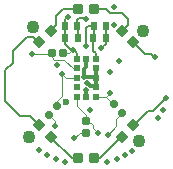
<source format=gtl>
G04*
G04 #@! TF.GenerationSoftware,Altium Limited,Altium Designer,22.11.1 (43)*
G04*
G04 Layer_Physical_Order=1*
G04 Layer_Color=16776960*
%FSLAX43Y43*%
%MOMM*%
G71*
G04*
G04 #@! TF.SameCoordinates,D1A57F4C-840F-47C7-87E7-476F4F1B4391*
G04*
G04*
G04 #@! TF.FilePolarity,Positive*
G04*
G01*
G75*
%ADD11C,0.200*%
%ADD22R,0.500X0.500*%
G04:AMPARAMS|DCode=23|XSize=0.8mm|YSize=0.8mm|CornerRadius=0.1mm|HoleSize=0mm|Usage=FLASHONLY|Rotation=135.000|XOffset=0mm|YOffset=0mm|HoleType=Round|Shape=RoundedRectangle|*
%AMROUNDEDRECTD23*
21,1,0.800,0.600,0,0,135.0*
21,1,0.600,0.800,0,0,135.0*
1,1,0.200,0.000,0.424*
1,1,0.200,0.424,0.000*
1,1,0.200,0.000,-0.424*
1,1,0.200,-0.424,0.000*
%
%ADD23ROUNDEDRECTD23*%
G04:AMPARAMS|DCode=24|XSize=0.8mm|YSize=0.8mm|CornerRadius=0.1mm|HoleSize=0mm|Usage=FLASHONLY|Rotation=180.000|XOffset=0mm|YOffset=0mm|HoleType=Round|Shape=RoundedRectangle|*
%AMROUNDEDRECTD24*
21,1,0.800,0.600,0,0,180.0*
21,1,0.600,0.800,0,0,180.0*
1,1,0.200,-0.300,0.300*
1,1,0.200,0.300,0.300*
1,1,0.200,0.300,-0.300*
1,1,0.200,-0.300,-0.300*
%
%ADD24ROUNDEDRECTD24*%
G04:AMPARAMS|DCode=25|XSize=0.8mm|YSize=0.8mm|CornerRadius=0.1mm|HoleSize=0mm|Usage=FLASHONLY|Rotation=45.000|XOffset=0mm|YOffset=0mm|HoleType=Round|Shape=RoundedRectangle|*
%AMROUNDEDRECTD25*
21,1,0.800,0.600,0,0,45.0*
21,1,0.600,0.800,0,0,45.0*
1,1,0.200,0.424,0.000*
1,1,0.200,0.000,-0.424*
1,1,0.200,-0.424,0.000*
1,1,0.200,0.000,0.424*
%
%ADD25ROUNDEDRECTD25*%
G04:AMPARAMS|DCode=26|XSize=0.59mm|YSize=0.6mm|CornerRadius=0.074mm|HoleSize=0mm|Usage=FLASHONLY|Rotation=180.000|XOffset=0mm|YOffset=0mm|HoleType=Round|Shape=RoundedRectangle|*
%AMROUNDEDRECTD26*
21,1,0.590,0.453,0,0,180.0*
21,1,0.443,0.600,0,0,180.0*
1,1,0.148,-0.221,0.226*
1,1,0.148,0.221,0.226*
1,1,0.148,0.221,-0.226*
1,1,0.148,-0.221,-0.226*
%
%ADD26ROUNDEDRECTD26*%
G04:AMPARAMS|DCode=27|XSize=0.61mm|YSize=0.6mm|CornerRadius=0.075mm|HoleSize=0mm|Usage=FLASHONLY|Rotation=180.000|XOffset=0mm|YOffset=0mm|HoleType=Round|Shape=RoundedRectangle|*
%AMROUNDEDRECTD27*
21,1,0.610,0.450,0,0,180.0*
21,1,0.460,0.600,0,0,180.0*
1,1,0.150,-0.230,0.225*
1,1,0.150,0.230,0.225*
1,1,0.150,0.230,-0.225*
1,1,0.150,-0.230,-0.225*
%
%ADD27ROUNDEDRECTD27*%
G04:AMPARAMS|DCode=28|XSize=0.61mm|YSize=0.6mm|CornerRadius=0.075mm|HoleSize=0mm|Usage=FLASHONLY|Rotation=45.000|XOffset=0mm|YOffset=0mm|HoleType=Round|Shape=RoundedRectangle|*
%AMROUNDEDRECTD28*
21,1,0.610,0.450,0,0,45.0*
21,1,0.460,0.600,0,0,45.0*
1,1,0.150,0.322,0.004*
1,1,0.150,-0.004,-0.322*
1,1,0.150,-0.322,-0.004*
1,1,0.150,0.004,0.322*
%
%ADD28ROUNDEDRECTD28*%
G04:AMPARAMS|DCode=29|XSize=0.61mm|YSize=0.6mm|CornerRadius=0.075mm|HoleSize=0mm|Usage=FLASHONLY|Rotation=90.000|XOffset=0mm|YOffset=0mm|HoleType=Round|Shape=RoundedRectangle|*
%AMROUNDEDRECTD29*
21,1,0.610,0.450,0,0,90.0*
21,1,0.460,0.600,0,0,90.0*
1,1,0.150,0.225,0.230*
1,1,0.150,0.225,-0.230*
1,1,0.150,-0.225,-0.230*
1,1,0.150,-0.225,0.230*
%
%ADD29ROUNDEDRECTD29*%
G04:AMPARAMS|DCode=30|XSize=0.61mm|YSize=0.6mm|CornerRadius=0.075mm|HoleSize=0mm|Usage=FLASHONLY|Rotation=135.000|XOffset=0mm|YOffset=0mm|HoleType=Round|Shape=RoundedRectangle|*
%AMROUNDEDRECTD30*
21,1,0.610,0.450,0,0,135.0*
21,1,0.460,0.600,0,0,135.0*
1,1,0.150,-0.004,0.322*
1,1,0.150,0.322,-0.004*
1,1,0.150,0.004,-0.322*
1,1,0.150,-0.322,0.004*
%
%ADD30ROUNDEDRECTD30*%
%ADD31C,0.125*%
%ADD32C,0.300*%
%ADD33C,1.100*%
%ADD34C,0.500*%
%ADD35C,0.600*%
D11*
X-5038Y3947D02*
X-4508D01*
X-6229Y2756D02*
X-5038Y3947D01*
X-4508D02*
X-4030Y3470D01*
X4030D02*
X4950Y2550D01*
X5496D01*
X5820Y2227D01*
X-41Y3240D02*
Y4741D01*
X138Y4920D02*
X625D01*
X-41Y4741D02*
X138Y4920D01*
X3005Y4495D02*
X3516Y5006D01*
X3005Y4495D02*
Y4495D01*
X3516Y5006D02*
Y5508D01*
X3069Y5955D02*
X3516Y5508D01*
X2042Y5955D02*
X3069D01*
X700Y6300D02*
X1697D01*
X2042Y5955D01*
X-1766Y4799D02*
Y5458D01*
X-1775Y3689D02*
Y4790D01*
X5192Y-2308D02*
X5644D01*
X6754Y-1198D01*
X1274Y3042D02*
X1639Y3407D01*
Y3902D01*
X1644Y3907D01*
Y4914D02*
X1650Y4920D01*
X1644Y3907D02*
Y4914D01*
X-82Y5554D02*
X-43Y5515D01*
X-609Y5554D02*
X-82D01*
X-745Y4881D02*
Y5418D01*
X-609Y5554D01*
X-738Y3890D02*
Y4875D01*
Y3890D02*
X-732Y3884D01*
X-745Y4881D02*
X-738Y4875D01*
X614Y2758D02*
X801Y2571D01*
X614Y2758D02*
Y3902D01*
X619Y3907D02*
Y4914D01*
X625Y4920D01*
X614Y3902D02*
X619Y3907D01*
X-1115Y2886D02*
X-800Y2571D01*
Y2100D02*
Y2571D01*
X-1775Y4790D02*
X-1766Y4799D01*
Y5458D02*
X-1561Y5663D01*
Y5687D01*
X-2554Y5718D02*
X-1972Y6300D01*
X-700D01*
X-3005Y4495D02*
X-2554Y4946D01*
Y5718D01*
X-3005Y4495D02*
Y4495D01*
X4030Y-3470D02*
X5192Y-2308D01*
X751Y-6299D02*
X1201D01*
X1200Y-6300D02*
X1201Y-6299D01*
X1174Y-6300D02*
X1200D01*
X1201Y-6299D02*
X2970Y-4530D01*
X750Y-6300D02*
X751Y-6299D01*
X801Y2101D02*
Y2571D01*
X800Y2100D02*
X801Y2101D01*
X-800Y2100D02*
X-799Y2101D01*
X-6851Y1135D02*
X-6229Y1757D01*
Y2756D01*
X-1778Y3333D02*
X-1388Y2943D01*
X-1172D01*
X-1115Y2886D01*
X-1778Y3333D02*
Y3617D01*
X-1775Y3620D01*
X-2970Y-4568D02*
X-1238Y-6300D01*
X-2970Y-4568D02*
Y-4530D01*
X-1238Y-6300D02*
X-750D01*
X-6851Y-1441D02*
Y1135D01*
Y-1441D02*
X-5567Y-2725D01*
X-4775D01*
X-4030Y-3470D01*
X2970Y4530D02*
Y4555D01*
D22*
X0Y-1100D02*
D03*
Y2100D02*
D03*
X800Y-1100D02*
D03*
Y-300D02*
D03*
X-800Y-1100D02*
D03*
Y-300D02*
D03*
X800Y2100D02*
D03*
X-800D02*
D03*
Y1300D02*
D03*
X800D02*
D03*
Y500D02*
D03*
X-800D02*
D03*
D23*
X3005Y4495D02*
D03*
X3995Y3505D02*
D03*
X-3005Y-4495D02*
D03*
X-3995Y-3505D02*
D03*
D24*
X700Y6300D02*
D03*
X-700D02*
D03*
Y-6300D02*
D03*
X700D02*
D03*
D25*
X3995Y-3505D02*
D03*
X3005Y-4495D02*
D03*
X-3005Y4495D02*
D03*
X-3995Y3505D02*
D03*
D26*
X-1757Y3884D02*
D03*
X-732D02*
D03*
X-1770Y4881D02*
D03*
X-745D02*
D03*
X625Y4920D02*
D03*
X1650D02*
D03*
X614Y3902D02*
D03*
X1639D02*
D03*
D27*
X-2925Y2600D02*
D03*
X-1925D02*
D03*
D28*
X-2471Y-1896D02*
D03*
X-3179Y-2604D02*
D03*
D29*
X0Y-3150D02*
D03*
Y-4150D02*
D03*
D30*
X2346Y-1746D02*
D03*
X3054Y-2454D02*
D03*
D31*
X-4554Y2553D02*
X-2972D01*
X-2911Y2230D02*
Y2586D01*
X-2972Y2553D02*
X-2925Y2600D01*
X1698Y-1100D02*
X2028Y-770D01*
X2055D01*
X-3179Y-2604D02*
X-2652Y-3131D01*
Y-3584D02*
Y-3131D01*
X543Y-3702D02*
Y-3482D01*
Y-3702D02*
X1013Y-4172D01*
X393Y-3333D02*
X543Y-3482D01*
X183Y-3333D02*
X393D01*
X0Y-3150D02*
X183Y-3333D01*
X-2471Y-1896D02*
Y-1421D01*
X-2077Y849D02*
X-2048Y820D01*
X-2077Y-1027D02*
Y849D01*
X-2471Y-1421D02*
X-2077Y-1027D01*
X-3179Y-2604D02*
X-3179D01*
X-803Y-1854D02*
Y-1104D01*
Y-1854D02*
X0Y-2657D01*
X-800Y-1104D02*
Y-1100D01*
X3054Y-2454D02*
Y-2454D01*
X2562Y-3564D02*
Y-2945D01*
X3054Y-2454D01*
X1824Y-4303D02*
X2562Y-3564D01*
X-1010Y-4602D02*
X-558Y-4150D01*
X-2014Y786D02*
Y855D01*
Y786D02*
X-1728Y500D01*
X-800D01*
X-1863Y2039D02*
X-1130Y1306D01*
X-806D01*
X-800Y1300D01*
X-2720Y2039D02*
X-1863D01*
X-2911Y2230D02*
X-2720Y2039D01*
X-2925Y2600D02*
X-2911Y2586D01*
X-558Y-4150D02*
X0D01*
X-1449Y2614D02*
X-1177Y2886D01*
X-1115D01*
X-1911Y2614D02*
X-1449D01*
X-1925Y2600D02*
X-1911Y2614D01*
X1698Y-1100D02*
X2308Y-1710D01*
X0Y-3150D02*
Y-2657D01*
X800Y-1100D02*
X1698D01*
D32*
X-175Y592D02*
Y1225D01*
X0Y1400D01*
X702Y598D02*
X800Y500D01*
X-127Y598D02*
X702D01*
X0Y1400D02*
Y2100D01*
X114Y39D02*
X353Y-200D01*
X700D01*
X77Y39D02*
X114D01*
X700Y-200D02*
X800Y-300D01*
Y500D01*
X-46Y-532D02*
X-23Y-555D01*
Y-1077D02*
X0Y-1100D01*
X-23Y-1077D02*
Y-555D01*
X800Y606D02*
Y1300D01*
Y500D02*
Y606D01*
D33*
X-4828Y-4500D02*
D03*
X4500Y-4828D02*
D03*
X-4500Y4828D02*
D03*
X4828Y4500D02*
D03*
D34*
X-4554Y2553D02*
D03*
X-175Y592D02*
D03*
X77Y39D02*
D03*
X2055Y-770D02*
D03*
X-46Y-532D02*
D03*
X2773Y1893D02*
D03*
X-2652Y-3584D02*
D03*
X1824Y-4303D02*
D03*
X1013Y-4172D02*
D03*
X2331Y4976D02*
D03*
X6490Y-2244D02*
D03*
X6754Y-1198D02*
D03*
X-1010Y-4602D02*
D03*
X2051Y1014D02*
D03*
X-1561Y5687D02*
D03*
X-41Y3240D02*
D03*
X1274Y3042D02*
D03*
X-43Y5515D02*
D03*
X-2077Y849D02*
D03*
X-2507Y1569D02*
D03*
X6049Y-2856D02*
D03*
X-3960Y-5591D02*
D03*
X3300Y-6016D02*
D03*
X-1800Y-6623D02*
D03*
X-2600Y-6354D02*
D03*
X-3300Y-6016D02*
D03*
X1800Y-6623D02*
D03*
X3836Y-5688D02*
D03*
X2600Y-6354D02*
D03*
X2321Y6490D02*
D03*
X-1115Y2886D02*
D03*
X5820Y2227D02*
D03*
X327Y-2249D02*
D03*
D35*
X-1676Y-1557D02*
D03*
M02*

</source>
